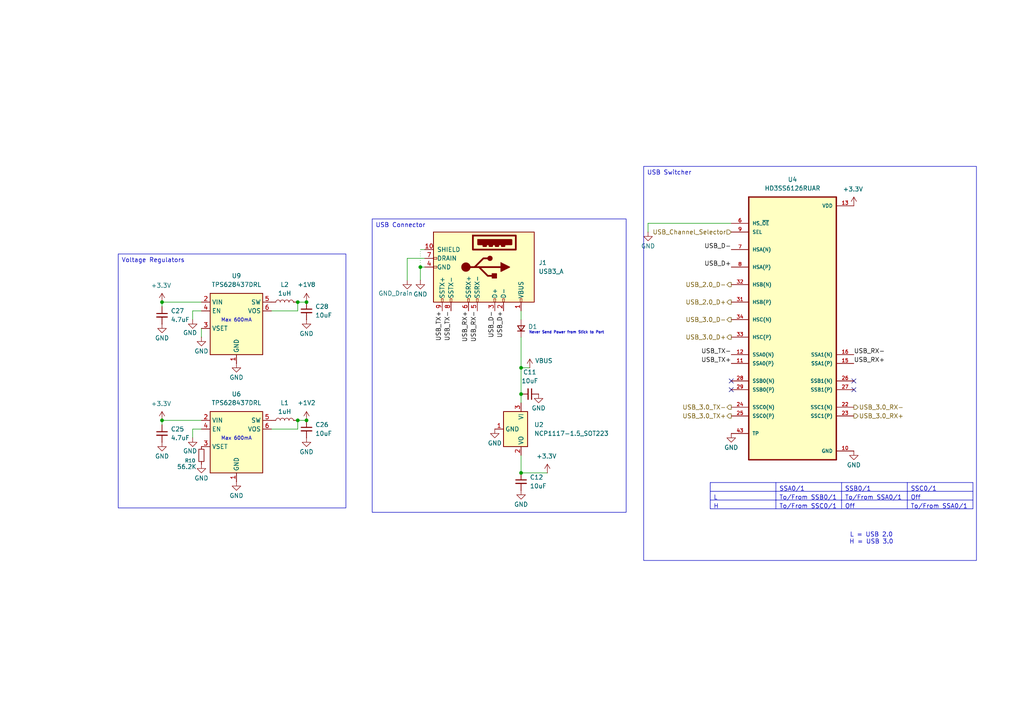
<source format=kicad_sch>
(kicad_sch (version 20250114) (generator "eeschema") (generator_version "9.0")
  (paper "A4")
  (lib_symbols
    (symbol "Connector:USB3_A" (pin_names (offset 1.016))
      (property "Reference" "J" (at -10.16 15.24 0))
      (property "Value" "USB3_A" (at 10.16 15.24 0))
      (symbol "USB3_A_0_0"
        (rectangle (start -9.144 8.636) (end -5.08 -3.81) (stroke (width 0.508)))
        (rectangle (start -7.874 7.366) (end -6.604 -2.286) (stroke (width 0.508)) (fill (type outline)))
        (rectangle (start -6.35 5.334) (end -6.096 4.572) (stroke (width 0.508)))
        (rectangle (start -6.35 3.556) (end -6.096 2.794) (stroke (width 0.508)))
        (rectangle (start -6.35 1.778) (end -6.096 1.016) (stroke (width 0.508)))
        (rectangle (start -6.35 0) (end -6.096 -0.762) (stroke (width 0.508)))
        (rectangle (start -2.794 -15.24) (end -2.286 -14.224))
        (rectangle (start -0.254 -15.24) (end 0.254 -14.224))
        (rectangle (start 10.16 10.414) (end 9.144 9.906))
        (rectangle (start 10.16 5.334) (end 9.144 4.826))
        (rectangle (start 10.16 2.794) (end 9.144 2.286))
        (rectangle (start 10.16 -2.286) (end 9.144 -2.794))
        (rectangle (start 10.16 -4.826) (end 9.144 -5.334))
        (rectangle (start 10.16 -9.906) (end 9.144 -10.414))
        (rectangle (start 10.16 -12.446) (end 9.144 -12.954))
      )
      (symbol "USB3_A_0_1"
        (rectangle (start -10.16 13.97) (end 10.16 -15.24) (stroke (width 0.254)) (fill (type background)))
      )
      (symbol "USB3_A_1_1"
        (circle (center -2.54 1.143) (radius 0.635) (stroke (width 0.254)) (fill (type outline)))
        (polyline (pts (xy -1.27 4.318) (xy 0 6.858) (xy 1.27 4.318) (xy -1.27 4.318)) (stroke (width 0.254)) (fill (type outline)))
        (polyline (pts (xy 0 -2.032) (xy 2.54 0.508) (xy 2.54 1.778)) (stroke (width 0.508)))
        (polyline (pts (xy 0 -3.302) (xy -2.54 -0.762) (xy -2.54 0.508)) (stroke (width 0.508)))
        (polyline (pts (xy 0 -5.842) (xy 0 4.318)) (stroke (width 0.508)))
        (circle (center 0 -5.842) (radius 1.27) (fill (type outline)))
        (rectangle (start 1.905 1.778) (end 3.175 3.048) (stroke (width 0.254)) (fill (type outline)))
        (pin passive line (at -5.08 -17.78 90) (length 2.54) (name "SHIELD") (number "10"))
        (pin passive line (at -2.54 -17.78 90) (length 2.54) (name "DRAIN") (number "7"))
        (pin power_in line (at 0 -17.78 90) (length 2.54) (name "GND") (number "4"))
        (pin power_in line (at 12.7 10.16 180) (length 2.54) (name "VBUS") (number "1"))
        (pin bidirectional line (at 12.7 5.08 180) (length 2.54) (name "D-") (number "2"))
        (pin bidirectional line (at 12.7 2.54 180) (length 2.54) (name "D+") (number "3"))
        (pin output line (at 12.7 -2.54 180) (length 2.54) (name "SSRX-") (number "5"))
        (pin output line (at 12.7 -5.08 180) (length 2.54) (name "SSRX+") (number "6"))
        (pin input line (at 12.7 -10.16 180) (length 2.54) (name "SSTX-") (number "8"))
        (pin input line (at 12.7 -12.7 180) (length 2.54) (name "SSTX+") (number "9"))
      )
    )
    (symbol "Device:C_Small" (pin_numbers (hide yes)) (pin_names (offset 0.254) (hide yes))
      (property "Reference" "C" (at 0.254 1.778 0))
      (property "Value" "C_Small" (at 0.254 -2.032 0))
      (symbol "C_Small_0_1"
        (polyline (pts (xy -1.524 0.508) (xy 1.524 0.508)) (stroke (width 0.3048)))
        (polyline (pts (xy -1.524 -0.508) (xy 1.524 -0.508)) (stroke (width 0.3302)))
      )
      (symbol "C_Small_1_1"
        (pin passive line (at 0 2.54 270) (length 2.032) (name "~") (number "1"))
        (pin passive line (at 0 -2.54 90) (length 2.032) (name "~") (number "2"))
      )
    )
    (symbol "Device:D_Small" (pin_numbers (hide yes)) (pin_names (offset 0.254) (hide yes))
      (property "Reference" "D" (at -1.27 2.032 0))
      (property "Value" "D_Small" (at -3.81 -2.032 0))
      (symbol "D_Small_0_1"
        (polyline (pts (xy -0.762 0) (xy 0.762 0)))
        (polyline (pts (xy -0.762 -1.016) (xy -0.762 1.016)) (stroke (width 0.254)))
        (polyline (pts (xy 0.762 -1.016) (xy -0.762 0) (xy 0.762 1.016) (xy 0.762 -1.016)) (stroke (width 0.254)))
      )
      (symbol "D_Small_1_1"
        (pin passive line (at -2.54 0 0) (length 1.778) (name "K") (number "1"))
        (pin passive line (at 2.54 0 180) (length 1.778) (name "A") (number "2"))
      )
    )
    (symbol "Device:L" (pin_numbers (hide yes)) (pin_names (offset 1.016) (hide yes))
      (property "Reference" "L" (at -1.27 0 90))
      (property "Value" "L" (at 1.905 0 90))
      (symbol "L_0_1"
        (arc (start 0 2.54) (mid 0.6323 1.905) (end 0 1.27))
        (arc (start 0 1.27) (mid 0.6323 0.635) (end 0 0))
        (arc (start 0 0) (mid 0.6323 -0.635) (end 0 -1.27))
        (arc (start 0 -1.27) (mid 0.6323 -1.905) (end 0 -2.54))
      )
      (symbol "L_1_1"
        (pin passive line (at 0 3.81 270) (length 1.27) (name "1") (number "1"))
        (pin passive line (at 0 -3.81 90) (length 1.27) (name "2") (number "2"))
      )
    )
    (symbol "Device:R_Small" (pin_numbers (hide yes)) (pin_names (offset 0.254) (hide yes))
      (property "Reference" "R" (at 0 0 90))
      (property "Value" "R_Small" (at 1.778 0 90))
      (symbol "R_Small_0_1"
        (rectangle (start -0.762 1.778) (end 0.762 -1.778) (stroke (width 0.2032)))
      )
      (symbol "R_Small_1_1"
        (pin passive line (at 0 2.54 270) (length 0.762) (name "~") (number "1"))
        (pin passive line (at 0 -2.54 90) (length 0.762) (name "~") (number "2"))
      )
    )
    (symbol "E-ink_USB:HD3SS6126RUAR" (pin_names (offset 1.016))
      (property "Reference" "U" (at -12.7 39.1 0))
      (property "Value" "HD3SS6126RUAR" (at -12.7 -42.1 0))
      (symbol "HD3SS6126RUAR_0_0"
        (rectangle (start -12.7 -38.1) (end 12.7 38.1) (stroke (width 0.41)) (fill (type background)))
        (pin input line (at -17.78 30.48 0) (length 5.08) (name "HS_~{OE}") (number "6"))
        (pin input line (at -17.78 27.94 0) (length 5.08) (name "SEL") (number "9"))
        (pin bidirectional line (at -17.78 22.86 0) (length 5.08) (name "HSA(N)") (number "7"))
        (pin bidirectional line (at -17.78 17.78 0) (length 5.08) (name "HSA(P)") (number "8"))
        (pin bidirectional line (at -17.78 12.7 0) (length 5.08) (name "HSB(N)") (number "32"))
        (pin bidirectional line (at -17.78 7.62 0) (length 5.08) (name "HSB(P)") (number "31"))
        (pin bidirectional line (at -17.78 2.54 0) (length 5.08) (name "HSC(N)") (number "34"))
        (pin bidirectional line (at -17.78 -2.54 0) (length 5.08) (name "HSC(P)") (number "33"))
        (pin bidirectional line (at -17.78 -7.62 0) (length 5.08) (name "SSA0(N)") (number "12"))
        (pin bidirectional line (at -17.78 -10.16 0) (length 5.08) (name "SSA0(P)") (number "11"))
        (pin bidirectional line (at -17.78 -15.24 0) (length 5.08) (name "SSB0(N)") (number "28"))
        (pin bidirectional line (at -17.78 -17.78 0) (length 5.08) (name "SSB0(P)") (number "29"))
        (pin bidirectional line (at -17.78 -22.86 0) (length 5.08) (name "SSC0(N)") (number "24"))
        (pin bidirectional line (at -17.78 -25.4 0) (length 5.08) (name "SSC0(P)") (number "25"))
        (pin bidirectional line (at -17.78 -30.48 0) (length 5.08) (name "TP") (number "43"))
        (pin bidirectional line (at -17.78 -30.48 0) (length 5.08) (hide yes) (name "TP") (number "E1"))
        (pin bidirectional line (at -17.78 -30.48 0) (length 5.08) (hide yes) (name "TP") (number "E10"))
        (pin bidirectional line (at -17.78 -30.48 0) (length 5.08) (hide yes) (name "TP") (number "E11"))
        (pin bidirectional line (at -17.78 -30.48 0) (length 5.08) (hide yes) (name "TP") (number "E12"))
        (pin bidirectional line (at -17.78 -30.48 0) (length 5.08) (hide yes) (name "TP") (number "E13"))
        (pin bidirectional line (at -17.78 -30.48 0) (length 5.08) (hide yes) (name "TP") (number "E14"))
        (pin bidirectional line (at -17.78 -30.48 0) (length 5.08) (hide yes) (name "TP") (number "E2"))
        (pin bidirectional line (at -17.78 -30.48 0) (length 5.08) (hide yes) (name "TP") (number "E3"))
        (pin bidirectional line (at -17.78 -30.48 0) (length 5.08) (hide yes) (name "TP") (number "E4"))
        (pin bidirectional line (at -17.78 -30.48 0) (length 5.08) (hide yes) (name "TP") (number "E5"))
        (pin bidirectional line (at -17.78 -30.48 0) (length 5.08) (hide yes) (name "TP") (number "E6"))
        (pin bidirectional line (at -17.78 -30.48 0) (length 5.08) (hide yes) (name "TP") (number "E7"))
        (pin bidirectional line (at -17.78 -30.48 0) (length 5.08) (hide yes) (name "TP") (number "E8"))
        (pin bidirectional line (at -17.78 -30.48 0) (length 5.08) (hide yes) (name "TP") (number "E9"))
        (pin power_in line (at 17.78 35.56 180) (length 5.08) (name "VDD") (number "13"))
        (pin power_in line (at 17.78 35.56 180) (length 5.08) (hide yes) (name "VDD") (number "20"))
        (pin power_in line (at 17.78 35.56 180) (length 5.08) (hide yes) (name "VDD") (number "30"))
        (pin bidirectional line (at 17.78 -7.62 180) (length 5.08) (name "SSA1(N)") (number "16"))
        (pin bidirectional line (at 17.78 -10.16 180) (length 5.08) (name "SSA1(P)") (number "15"))
        (pin bidirectional line (at 17.78 -15.24 180) (length 5.08) (name "SSB1(N)") (number "26"))
        (pin bidirectional line (at 17.78 -17.78 180) (length 5.08) (name "SSB1(P)") (number "27"))
        (pin bidirectional line (at 17.78 -22.86 180) (length 5.08) (name "SSC1(N)") (number "22"))
        (pin bidirectional line (at 17.78 -25.4 180) (length 5.08) (name "SSC1(P)") (number "23"))
        (pin power_in line (at 17.78 -35.56 180) (length 5.08) (name "GND") (number "10"))
        (pin power_in line (at 17.78 -35.56 180) (length 5.08) (hide yes) (name "GND") (number "14"))
        (pin power_in line (at 17.78 -35.56 180) (length 5.08) (hide yes) (name "GND") (number "17"))
        (pin power_in line (at 17.78 -35.56 180) (length 5.08) (hide yes) (name "GND") (number "19"))
        (pin power_in line (at 17.78 -35.56 180) (length 5.08) (hide yes) (name "GND") (number "21"))
      )
    )
    (symbol "Regulator_Linear:NCP1117-1.5_SOT223"
      (property "Reference" "U" (at -3.81 3.175 0))
      (property "Value" "NCP1117-1.5_SOT223" (at 0 3.175 0))
      (symbol "NCP1117-1.5_SOT223_0_1"
        (rectangle (start -5.08 -5.08) (end 5.08 1.905) (stroke (width 0.254)) (fill (type background)))
      )
      (symbol "NCP1117-1.5_SOT223_1_1"
        (pin power_in line (at -7.62 0 0) (length 2.54) (name "VI") (number "3"))
        (pin power_in line (at 0 -7.62 90) (length 2.54) (name "GND") (number "1"))
        (pin power_out line (at 7.62 0 180) (length 2.54) (name "VO") (number "2"))
      )
    )
    (symbol "Regulator_Switching:TPS628437DRL"
      (property "Reference" "U" (at -7.62 11.43 0))
      (property "Value" "TPS628437DRL" (at -1.27 11.43 0))
      (symbol "TPS628437DRL_0_1"
        (rectangle (start -7.62 10.16) (end 7.62 -7.62) (stroke (width 0.254)) (fill (type background)))
      )
      (symbol "TPS628437DRL_1_1"
        (pin power_in line (at -10.16 7.62 0) (length 2.54) (name "VIN") (number "2"))
        (pin input line (at -10.16 5.08 0) (length 2.54) (name "EN") (number "4"))
        (pin input line (at -10.16 0 0) (length 2.54) (name "VSET") (number "3"))
        (pin power_in line (at 0 -10.16 90) (length 2.54) (name "GND") (number "1"))
        (pin power_out line (at 10.16 7.62 180) (length 2.54) (name "SW") (number "5"))
        (pin input line (at 10.16 5.08 180) (length 2.54) (name "VOS") (number "6"))
      )
    )
    (symbol "power:+1V2" (power) (pin_numbers (hide yes)) (pin_names (offset 0) (hide yes))
      (property "Value" "+1V2" (at 0 3.556 0))
      (symbol "+1V2_0_1"
        (polyline (pts (xy -0.762 1.27) (xy 0 2.54)))
        (polyline (pts (xy 0 2.54) (xy 0.762 1.27)))
        (polyline (pts (xy 0 0) (xy 0 2.54)))
      )
      (symbol "+1V2_1_1"
        (pin power_in line (at 0 0 90) (length 0) (name "~") (number "1"))
      )
    )
    (symbol "power:+1V8" (power) (pin_numbers (hide yes)) (pin_names (offset 0) (hide yes))
      (property "Value" "+1V8" (at 0 3.556 0))
      (symbol "+1V8_0_1"
        (polyline (pts (xy -0.762 1.27) (xy 0 2.54)))
        (polyline (pts (xy 0 2.54) (xy 0.762 1.27)))
        (polyline (pts (xy 0 0) (xy 0 2.54)))
      )
      (symbol "+1V8_1_1"
        (pin power_in line (at 0 0 90) (length 0) (name "~") (number "1"))
      )
    )
    (symbol "power:+3.3V" (power) (pin_numbers (hide yes)) (pin_names (offset 0) (hide yes))
      (property "Value" "+3.3V" (at 0 3.556 0))
      (symbol "+3.3V_0_1"
        (polyline (pts (xy -0.762 1.27) (xy 0 2.54)))
        (polyline (pts (xy 0 2.54) (xy 0.762 1.27)))
        (polyline (pts (xy 0 0) (xy 0 2.54)))
      )
      (symbol "+3.3V_1_1"
        (pin power_in line (at 0 0 90) (length 0) (name "~") (number "1"))
      )
    )
    (symbol "power:GND" (power) (pin_numbers (hide yes)) (pin_names (offset 0) (hide yes))
      (property "Value" "GND" (at 0 -3.81 0))
      (symbol "GND_0_1"
        (polyline (pts (xy 0 0) (xy 0 -1.27) (xy 1.27 -1.27) (xy 0 -2.54) (xy -1.27 -1.27) (xy 0 -1.27)))
      )
      (symbol "GND_1_1"
        (pin power_in line (at 0 0 270) (length 0) (name "~") (number "1"))
      )
    )
    (symbol "power:GND1" (power) (pin_numbers (hide yes)) (pin_names (offset 0) (hide yes))
      (property "Value" "GND1" (at 0 -3.81 0))
      (symbol "GND1_0_1"
        (polyline (pts (xy 0 0) (xy 0 -1.27) (xy 1.27 -1.27) (xy 0 -2.54) (xy -1.27 -1.27) (xy 0 -1.27)))
      )
      (symbol "GND1_1_1"
        (pin power_in line (at 0 0 270) (length 0) (name "~") (number "1"))
      )
    )
    (symbol "power:VBUS" (power) (pin_numbers (hide yes)) (pin_names (offset 0) (hide yes))
      (property "Value" "VBUS" (at 0 3.556 0))
      (symbol "VBUS_0_1"
        (polyline (pts (xy -0.762 1.27) (xy 0 2.54)))
        (polyline (pts (xy 0 2.54) (xy 0.762 1.27)))
        (polyline (pts (xy 0 0) (xy 0 2.54)))
      )
      (symbol "VBUS_1_1"
        (pin power_in line (at 0 0 90) (length 0) (name "~") (number "1"))
      )
    )
  )
  (text "Max 600mA" (at 68.58 92.964 0) (effects (font (size 1.016 1.016))))
  (text "L = USB 2.0\nH = USB 3.0\n" (at 252.73 156.21 0) (effects (font (size 1.27 1.27))))
  (text "Never Send Power from Stick to Port" (at 164.338 96.52 0) (effects (font (size 0.762 0.762))))
  (text "Max 600mA" (at 68.58 127.254 0) (effects (font (size 1.016 1.016))))
  (text_box "Voltage Regulators" (at 34.29 73.66 0) (size 66.04 73.66) (margins 0.9525 0.9525 0.9525 0.9525) (effects (font (size 1.27 1.27)) (justify left top)))
  (text_box "USB Switcher" (at 186.69 48.26 0) (size 96.52 114.3) (margins 0.9525 0.9525 0.9525 0.9525) (effects (font (size 1.27 1.27)) (justify left top)))
  (text_box "USB Connector" (at 107.95 63.5 0) (size 73.66 85.09) (margins 0.9525 0.9525 0.9525 0.9525) (effects (font (size 1.27 1.27)) (justify left top)))
  (junction (at 46.99 87.63))
  (junction (at 86.36 87.63))
  (junction (at 88.9 87.63))
  (junction (at 151.13 106.68))
  (junction (at 151.13 114.3))
  (junction (at 46.99 121.92))
  (junction (at 86.36 121.92))
  (junction (at 88.9 121.92))
  (junction (at 151.13 137.16))
  (junction (at 121.92 77.47))
  (no_connect (at 212.09 113.03))
  (no_connect (at 247.65 110.49))
  (no_connect (at 212.09 110.49))
  (no_connect (at 247.65 113.03))
  (wire (pts (xy 121.92 77.47) (xy 121.92 81.28)))
  (wire (pts (xy 121.92 72.39) (xy 123.19 72.39)))
  (wire (pts (xy 46.99 87.63) (xy 46.99 88.9)))
  (wire (pts (xy 46.99 87.63) (xy 58.42 87.63)))
  (wire (pts (xy 151.13 114.3) (xy 151.13 116.84)))
  (wire (pts (xy 86.36 124.46) (xy 86.36 121.92)))
  (wire (pts (xy 46.99 121.92) (xy 46.99 123.19)))
  (wire (pts (xy 151.13 90.17) (xy 151.13 92.71)))
  (wire (pts (xy 187.96 64.77) (xy 212.09 64.77)))
  (wire (pts (xy 151.13 137.16) (xy 158.75 137.16)))
  (wire (pts (xy 151.13 132.08) (xy 151.13 137.16)))
  (wire (pts (xy 58.42 97.79) (xy 58.42 95.25)))
  (wire (pts (xy 187.96 67.31) (xy 187.96 64.77)))
  (wire (pts (xy 55.88 90.17) (xy 58.42 90.17)))
  (wire (pts (xy 78.74 124.46) (xy 86.36 124.46)))
  (wire (pts (xy 46.99 121.92) (xy 58.42 121.92)))
  (wire (pts (xy 86.36 90.17) (xy 86.36 87.63)))
  (wire (pts (xy 121.92 77.47) (xy 121.92 72.39)) (stroke (width 0) (type dot)))
  (wire (pts (xy 151.13 97.79) (xy 151.13 106.68)))
  (wire (pts (xy 55.88 127) (xy 55.88 124.46)))
  (wire (pts (xy 123.19 74.93) (xy 118.11 74.93)))
  (wire (pts (xy 151.13 106.68) (xy 153.67 106.68)))
  (wire (pts (xy 78.74 90.17) (xy 86.36 90.17)))
  (wire (pts (xy 151.13 106.68) (xy 151.13 114.3)))
  (wire (pts (xy 55.88 124.46) (xy 58.42 124.46)))
  (wire (pts (xy 121.92 77.47) (xy 123.19 77.47)))
  (wire (pts (xy 88.9 87.63) (xy 86.36 87.63)))
  (wire (pts (xy 118.11 74.93) (xy 118.11 81.28)))
  (wire (pts (xy 88.9 121.92) (xy 86.36 121.92)))
  (wire (pts (xy 55.88 92.71) (xy 55.88 90.17)))
  (table (column_count 4) (border (external yes) (header yes)) (separators (rows yes) (cols yes)) (column_widths 19.05 19.05 19.05 19.05) (row_heights 2.54 2.54 2.54) (cells (table_cell "" (at 205.994 139.954 0) (size 19.05 2.54) (margins 0.9525 0.9525 0.9525 0.9525) (span 1 1)) (table_cell "SSA0/1 " (at 225.044 139.954 0) (size 19.05 2.54) (margins 0.9525 0.9525 0.9525 0.9525) (span 1 1)) (table_cell "SSB0/1 " (at 244.094 139.954 0) (size 19.05 2.54) (margins 0.9525 0.9525 0.9525 0.9525) (span 1 1)) (table_cell "SSC0/1 " (at 263.144 139.954 0) (size 19.05 2.54) (margins 0.9525 0.9525 0.9525 0.9525) (span 1 1)) (table_cell "L" (at 205.994 142.494 0) (size 19.05 2.54) (margins 0.9525 0.9525 0.9525 0.9525) (span 1 1)) (table_cell "To/From SSB0/1 " (at 225.044 142.494 0) (size 19.05 2.54) (margins 0.9525 0.9525 0.9525 0.9525) (span 1 1)) (table_cell "To/From SSA0/1 " (at 244.094 142.494 0) (size 19.05 2.54) (margins 0.9525 0.9525 0.9525 0.9525) (span 1 1)) (table_cell "Off" (at 263.144 142.494 0) (size 19.05 2.54) (margins 0.9525 0.9525 0.9525 0.9525) (span 1 1)) (table_cell "H" (at 205.994 145.034 0) (size 19.05 2.54) (margins 0.9525 0.9525 0.9525 0.9525) (span 1 1)) (table_cell "To/From SSC0/1" (at 225.044 145.034 0) (size 19.05 2.54) (margins 0.9525 0.9525 0.9525 0.9525) (span 1 1)) (table_cell "Off" (at 244.094 145.034 0) (size 19.05 2.54) (margins 0.9525 0.9525 0.9525 0.9525) (span 1 1)) (table_cell "To/From SSA0/1" (at 263.144 145.034 0) (size 19.05 2.54) (margins 0.9525 0.9525 0.9525 0.9525) (span 1 1))))
  (label "USB_D+" (at 146.05 90.17 270))
  (label "USB_RX+" (at 247.65 105.41 0))
  (label "USB_TX-" (at 212.09 102.87 180))
  (label "USB_RX-" (at 247.65 102.87 0))
  (label "USB_D-" (at 212.09 72.39 180))
  (label "USB_D+" (at 212.09 77.47 180))
  (label "USB_RX+" (at 135.89 90.17 270))
  (label "USB_RX-" (at 138.43 90.17 270))
  (label "USB_TX+" (at 212.09 105.41 180))
  (label "USB_TX-" (at 130.81 90.17 270))
  (label "USB_TX+" (at 128.27 90.17 270))
  (label "USB_D-" (at 143.51 90.17 270))
  (hierarchical_label "USB_3.0_D-" (shape output) (at 212.09 92.71 180))
  (hierarchical_label "USB_2.0_D-" (shape output) (at 212.09 82.55 180))
  (hierarchical_label "USB_3.0_D+" (shape output) (at 212.09 97.79 180))
  (hierarchical_label "USB_3.0_RX+" (shape output) (at 247.65 120.65 0))
  (hierarchical_label "USB_2.0_D+" (shape output) (at 212.09 87.63 180))
  (hierarchical_label "USB_3.0_RX-" (shape output) (at 247.65 118.11 0))
  (hierarchical_label "USB_3.0_TX+" (shape output) (at 212.09 120.65 180))
  (hierarchical_label "USB_3.0_TX-" (shape output) (at 212.09 118.11 180))
  (hierarchical_label "USB_Channel_Selector" (shape input) (at 212.09 67.31 180))
  (symbol (lib_id "power:GND") (at 58.42 134.62 0) (unit 1)
    (property "Reference" "#PWR047" (effects (hide yes)))
    (property "Value" "GND" (at 58.42 138.684 0))
    (property "Description" "Power symbol creates a global label with name \"GND\" , ground" (effects (hide yes)))
  )
  (symbol (lib_id "power:GND") (at 212.09 125.73 0) (unit 1)
    (property "Reference" "#PWR027" (effects (hide yes)))
    (property "Value" "GND" (at 212.09 129.794 0))
    (property "Description" "Power symbol creates a global label with name \"GND\" , ground" (effects (hide yes)))
  )
  (symbol (lib_id "power:GND") (at 68.58 105.41 0) (unit 1)
    (property "Reference" "#PWR054" (effects (hide yes)))
    (property "Value" "GND" (at 68.58 109.474 0))
    (property "Description" "Power symbol creates a global label with name \"GND\" , ground" (effects (hide yes)))
  )
  (symbol (lib_id "Device:C_Small") (at 153.67 114.3 270) (unit 1)
    (property "Reference" "C11" (at 153.6636 107.95 90))
    (property "Value" "10uF" (at 153.6636 110.49 90))
    (property "Description" "Unpolarized capacitor, small symbol" (effects (hide yes)))
  )
  (symbol (lib_id "Device:D_Small") (at 151.13 95.25 90) (unit 1)
    (property "Reference" "D1" (at 153.162 94.742 90) (effects (justify right)))
    (property "Value" "D_Small" (effects (hide yes)))
    (property "Description" "Diode, small symbol" (effects (hide yes)))
    (property "Sim.Device" "D" (effects (hide yes)))
    (property "Sim.Pins" "1=K 2=A" (effects (hide yes)))
  )
  (symbol (lib_id "power:GND") (at 55.88 127 0) (unit 1)
    (property "Reference" "#PWR044" (effects (hide yes)))
    (property "Value" "GND" (at 55.118 130.81 0))
    (property "Description" "Power symbol creates a global label with name \"GND\" , ground" (effects (hide yes)))
  )
  (symbol (lib_id "Device:R_Small") (at 58.42 132.08 0) (unit 1)
    (property "Reference" "R10" (at 53.594 133.604 0) (effects (font (size 1.016 1.016)) (justify left)))
    (property "Value" "56.2K" (at 51.308 135.382 0) (effects (justify left)))
    (property "Description" "Resistor, small symbol" (effects (hide yes)))
  )
  (symbol (lib_id "power:GND") (at 121.92 81.28 0) (unit 1)
    (property "Reference" "#PWR030" (effects (hide yes)))
    (property "Value" "GND" (at 121.92 85.344 0))
    (property "Description" "Power symbol creates a global label with name \"GND\" , ground" (effects (hide yes)))
  )
  (symbol (lib_id "power:+3.3V") (at 46.99 121.92 0) (unit 1)
    (property "Reference" "#PWR048" (effects (hide yes)))
    (property "Value" "+3.3V" (at 46.736 117.094 0))
    (property "Description" "Power symbol creates a global label with name \"+3.3V\"" (effects (hide yes)))
  )
  (symbol (lib_id "power:+1V8") (at 88.9 87.63 0) (unit 1)
    (property "Reference" "#PWR049" (effects (hide yes)))
    (property "Value" "+1V8" (at 88.9 82.55 0))
    (property "Description" "Power symbol creates a global label with name \"+1V8\"" (effects (hide yes)))
  )
  (symbol (lib_id "power:GND") (at 187.96 67.31 0) (unit 1)
    (property "Reference" "#PWR026" (effects (hide yes)))
    (property "Value" "GND" (at 187.96 71.374 0))
    (property "Description" "Power symbol creates a global label with name \"GND\" , ground" (effects (hide yes)))
  )
  (symbol (lib_id "Device:C_Small") (at 46.99 125.73 0) (unit 1)
    (property "Reference" "C25" (at 49.53 124.4662 0) (effects (justify left)))
    (property "Value" "4.7uF" (at 49.53 127.0062 0) (effects (justify left)))
    (property "Description" "Unpolarized capacitor, small symbol" (effects (hide yes)))
  )
  (symbol (lib_id "power:GND") (at 88.9 127 0) (unit 1)
    (property "Reference" "#PWR041" (effects (hide yes)))
    (property "Value" "GND" (at 88.9 131.064 0))
    (property "Description" "Power symbol creates a global label with name \"GND\" , ground" (effects (hide yes)))
  )
  (symbol (lib_id "Device:C_Small") (at 88.9 124.46 0) (unit 1)
    (property "Reference" "C26" (at 91.44 123.1962 0) (effects (justify left)))
    (property "Value" "10uF" (at 91.44 125.7362 0) (effects (justify left)))
    (property "Description" "Unpolarized capacitor, small symbol" (effects (hide yes)))
  )
  (symbol (lib_id "power:GND1") (at 118.11 81.28 0) (unit 1)
    (property "Reference" "#PWR022" (effects (hide yes)))
    (property "Value" "GND_Drain" (at 109.728 85.09 0) (effects (justify left)))
    (property "Description" "Power symbol creates a global label with name \"GND1\" , ground" (effects (hide yes)))
  )
  (symbol (lib_id "power:VBUS") (at 153.67 106.68 0) (unit 1)
    (property "Reference" "#PWR09" (effects (hide yes)))
    (property "Value" "VBUS" (at 157.734 104.648 0))
    (property "Description" "Power symbol creates a global label with name \"VBUS\"" (effects (hide yes)))
  )
  (symbol (lib_id "power:+3.3V") (at 158.75 137.16 0) (unit 1)
    (property "Reference" "#PWR012" (effects (hide yes)))
    (property "Value" "+3.3V" (at 158.496 132.334 0))
    (property "Description" "Power symbol creates a global label with name \"+3.3V\"" (effects (hide yes)))
  )
  (symbol (lib_id "power:GND") (at 151.13 142.24 0) (unit 1)
    (property "Reference" "#PWR013" (effects (hide yes)))
    (property "Value" "GND" (at 151.13 146.304 0))
    (property "Description" "Power symbol creates a global label with name \"GND\" , ground" (effects (hide yes)))
  )
  (symbol (lib_id "Device:C_Small") (at 88.9 90.17 0) (unit 1)
    (property "Reference" "C28" (at 91.44 88.9062 0) (effects (justify left)))
    (property "Value" "10uF" (at 91.44 91.4462 0) (effects (justify left)))
    (property "Description" "Unpolarized capacitor, small symbol" (effects (hide yes)))
  )
  (symbol (lib_id "Regulator_Switching:TPS628437DRL") (at 68.58 129.54 0) (unit 1)
    (property "Reference" "U6" (at 68.58 114.3 0))
    (property "Value" "TPS628437DRL" (at 68.58 116.84 0))
    (property "Datasheet" "https://www.ti.com/lit/ds/symlink/tps62843.pdf" (effects (hide yes)))
    (property "Description" "600mA Step-Down Converter with DCS-Control, ultra-low Iq, 1.8-5.5 Vin, 0.8-1.8 Vout, SOT-563" (effects (hide yes)))
  )
  (symbol (lib_id "power:GND") (at 58.42 97.79 0) (unit 1)
    (property "Reference" "#PWR053" (effects (hide yes)))
    (property "Value" "GND" (at 58.42 101.854 0))
    (property "Description" "Power symbol creates a global label with name \"GND\" , ground" (effects (hide yes)))
  )
  (symbol (lib_id "power:GND") (at 143.51 124.46 0) (unit 1)
    (property "Reference" "#PWR011" (effects (hide yes)))
    (property "Value" "GND" (at 143.51 128.524 0))
    (property "Description" "Power symbol creates a global label with name \"GND\" , ground" (effects (hide yes)))
  )
  (symbol (lib_id "power:GND") (at 247.65 130.81 0) (unit 1)
    (property "Reference" "#PWR024" (effects (hide yes)))
    (property "Value" "GND" (at 247.65 134.874 0))
    (property "Description" "Power symbol creates a global label with name \"GND\" , ground" (effects (hide yes)))
  )
  (symbol (lib_id "power:+3.3V") (at 46.99 87.63 0) (unit 1)
    (property "Reference" "#PWR042" (effects (hide yes)))
    (property "Value" "+3.3V" (at 46.736 82.804 0))
    (property "Description" "Power symbol creates a global label with name \"+3.3V\"" (effects (hide yes)))
  )
  (symbol (lib_id "Regulator_Linear:NCP1117-1.5_SOT223") (at 151.13 124.46 270) (unit 1)
    (property "Reference" "U2" (at 154.94 123.1899 90) (effects (justify left)))
    (property "Value" "NCP1117-1.5_SOT223" (at 154.94 125.7299 90) (effects (justify left)))
    (property "Datasheet" "http://www.onsemi.com/pub_link/Collateral/NCP1117-D.PDF" (effects (hide yes)))
    (property "Description" "1A Low drop-out regulator, Fixed Output 1.5V, SOT-223" (effects (hide yes)))
  )
  (symbol (lib_id "Device:L") (at 82.55 87.63 90) (unit 1)
    (property "Reference" "L2" (at 82.55 82.55 90))
    (property "Value" "1uH" (at 82.55 85.09 90))
    (property "Description" "Inductor" (effects (hide yes)))
  )
  (symbol (lib_id "power:GND") (at 88.9 92.71 0) (unit 1)
    (property "Reference" "#PWR056" (effects (hide yes)))
    (property "Value" "GND" (at 88.9 96.774 0))
    (property "Description" "Power symbol creates a global label with name \"GND\" , ground" (effects (hide yes)))
  )
  (symbol (lib_id "power:GND") (at 156.21 114.3 0) (unit 1)
    (property "Reference" "#PWR010" (effects (hide yes)))
    (property "Value" "GND" (at 156.21 118.364 0))
    (property "Description" "Power symbol creates a global label with name \"GND\" , ground" (effects (hide yes)))
  )
  (symbol (lib_id "power:GND") (at 46.99 128.27 0) (unit 1)
    (property "Reference" "#PWR043" (effects (hide yes)))
    (property "Value" "GND" (at 46.99 132.334 0))
    (property "Description" "Power symbol creates a global label with name \"GND\" , ground" (effects (hide yes)))
  )
  (symbol (lib_id "power:GND") (at 46.99 93.98 0) (unit 1)
    (property "Reference" "#PWR051" (effects (hide yes)))
    (property "Value" "GND" (at 46.99 98.044 0))
    (property "Description" "Power symbol creates a global label with name \"GND\" , ground" (effects (hide yes)))
  )
  (symbol (lib_id "Device:L") (at 82.55 121.92 90) (unit 1)
    (property "Reference" "L1" (at 82.55 116.84 90))
    (property "Value" "1uH" (at 82.55 119.38 90))
    (property "Description" "Inductor" (effects (hide yes)))
  )
  (symbol (lib_id "power:GND") (at 68.58 139.7 0) (unit 1)
    (property "Reference" "#PWR045" (effects (hide yes)))
    (property "Value" "GND" (at 68.58 143.764 0))
    (property "Description" "Power symbol creates a global label with name \"GND\" , ground" (effects (hide yes)))
  )
  (symbol (lib_id "power:+1V2") (at 88.9 121.92 0) (unit 1)
    (property "Reference" "#PWR046" (effects (hide yes)))
    (property "Value" "+1V2" (at 88.9 116.84 0))
    (property "Description" "Power symbol creates a global label with name \"+1V2\"" (effects (hide yes)))
  )
  (symbol (lib_id "power:+3.3V") (at 247.65 59.69 0) (unit 1)
    (property "Reference" "#PWR028" (effects (hide yes)))
    (property "Value" "+3.3V" (at 247.396 54.864 0))
    (property "Description" "Power symbol creates a global label with name \"+3.3V\"" (effects (hide yes)))
  )
  (symbol (lib_id "E-ink_USB:HD3SS6126RUAR") (at 229.87 95.25 0) (unit 1)
    (property "Reference" "U4" (at 229.87 52.07 0))
    (property "Value" "HD3SS6126RUAR" (at 229.87 54.61 0))
    (property "MF" "Texas Instruments" (effects (hide yes)))
    (property "Description_1" "USB 3.0 + USB2.0 Differential Switch 2:1/1:2 MUX/DEMUX" (effects (hide yes)))
    (property "Package" "WQFN-42 Texas Instruments" (effects (hide yes)))
    (property "Price" "None" (effects (hide yes)))
    (property "SnapEDA_Link" "https://www.snapeda.com/parts/HD3SS6126RUAR/Texas+Instruments/view-part/?ref=snap" (effects (hide yes)))
    (property "MP" "HD3SS6126RUAR" (effects (hide yes)))
    (property "Purchase-URL" "https://www.snapeda.com/api/url_track_click_mouser/?unipart_id=803974&manufacturer=Texas Instruments&part_name=HD3SS6126RUAR&search_term=None" (effects (hide yes)))
    (property "Availability" "In Stock" (effects (hide yes)))
    (property "Check_prices" "https://www.snapeda.com/parts/HD3SS6126RUAR/Texas+Instruments/view-part/?ref=eda" (effects (hide yes)))
  )
  (symbol (lib_id "Device:C_Small") (at 151.13 139.7 0) (unit 1)
    (property "Reference" "C12" (at 153.67 138.4362 0) (effects (justify left)))
    (property "Value" "10uF" (at 153.67 140.9762 0) (effects (justify left)))
    (property "Description" "Unpolarized capacitor, small symbol" (effects (hide yes)))
  )
  (symbol (lib_id "Regulator_Switching:TPS628437DRL") (at 68.58 95.25 0) (unit 1)
    (property "Reference" "U9" (at 68.58 80.01 0))
    (property "Value" "TPS628437DRL" (at 68.58 82.55 0))
    (property "Datasheet" "https://www.ti.com/lit/ds/symlink/tps62843.pdf" (effects (hide yes)))
    (property "Description" "600mA Step-Down Converter with DCS-Control, ultra-low Iq, 1.8-5.5 Vin, 0.8-1.8 Vout, SOT-563" (effects (hide yes)))
  )
  (symbol (lib_id "Connector:USB3_A") (at 140.97 77.47 270) (unit 1)
    (property "Reference" "J1" (at 156.21 76.1999 90) (effects (justify left)))
    (property "Value" "USB3_A" (at 156.21 78.7399 90) (effects (justify left)))
    (property "Description" "USB 3.0 A connector" (effects (hide yes)))
  )
  (symbol (lib_id "power:GND") (at 55.88 92.71 0) (unit 1)
    (property "Reference" "#PWR052" (effects (hide yes)))
    (property "Value" "GND" (at 55.118 96.52 0))
    (property "Description" "Power symbol creates a global label with name \"GND\" , ground" (effects (hide yes)))
  )
  (symbol (lib_id "Device:C_Small") (at 46.99 91.44 0) (unit 1)
    (property "Reference" "C27" (at 49.53 90.1762 0) (effects (justify left)))
    (property "Value" "4.7uF" (at 49.53 92.7162 0) (effects (justify left)))
    (property "Description" "Unpolarized capacitor, small symbol" (effects (hide yes)))
  )
)
</source>
